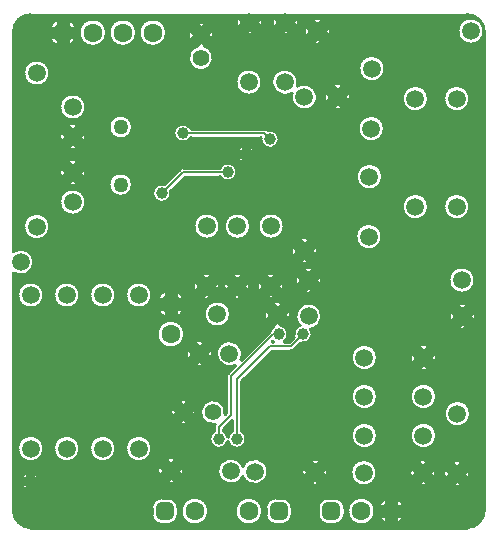
<source format=gbr>
G04 Generated by Ultiboard 13.0 *
%FSLAX24Y24*%
%MOIN*%

%ADD10C,0.0001*%
%ADD11C,0.0100*%
%ADD12C,0.0080*%
%ADD13C,0.0591*%
%ADD14C,0.0500*%
%ADD15C,0.0394*%
%ADD16R,0.0208X0.0208*%
%ADD17C,0.0392*%
%ADD18C,0.0633*%
%ADD19C,0.0300*%
%ADD20C,0.0551*%


G04 ColorRGB 0000FF for the following layer *
%LNCopper Bottom*%
%LPD*%
G54D10*
G36*
X15849Y521D02*
X15849Y521D01*
X15849Y16479D01*
G74*
D01*
G02X15849Y16482I151J2*
G01*
G74*
D01*
G03X15282Y17049I570J3*
G01*
G74*
D01*
G02X15279Y17049I1J151*
G01*
X15279Y17049D01*
X9251Y17049D01*
X9220Y17018D01*
X9189Y17049D01*
X8051Y17049D01*
X8020Y17018D01*
X7989Y17049D01*
X721Y17049D01*
G75*
D01*
G02X718Y17049I-1J151*
G01*
G74*
D01*
G03X151Y16482I3J570*
G01*
G74*
D01*
G02X151Y16479I151J1*
G01*
X151Y16479D01*
X151Y9157D01*
G75*
D01*
G02X151Y8443I249J-357*
G01*
X151Y8443D01*
X151Y521D01*
G75*
D01*
G02X151Y518I-151J-1*
G01*
G74*
D01*
G03X718Y-49I570J3*
G01*
G75*
D01*
G02X721Y-49I2J-151*
G01*
X721Y-49D01*
X15279Y-49D01*
G74*
D01*
G02X15282Y-49I2J151*
G01*
G74*
D01*
G03X15849Y518I3J570*
G01*
G75*
D01*
G02X15849Y521I151J2*
G01*
D02*
G37*
%LPC*%
G36*
X9041Y16403D02*
X9041Y16403D01*
X9220Y16582D01*
X9298Y16503D01*
X9298Y16503D01*
X9398Y16403D01*
G75*
D01*
G02X9041Y16403I-178J397*
G01*
D02*
G37*
G36*
X9298Y16959D02*
G75*
D01*
G02X9298Y16959I-78J-159*
G01*
D02*
G37*
G36*
X9436Y14434D02*
G75*
D01*
G02X9614Y14666I-236J365*
G01*
G75*
D01*
G02X9436Y14434I236J-365*
G01*
D02*
G37*
G36*
X10527Y9098D02*
G75*
D01*
G02X10527Y9098I423J102*
G01*
D02*
G37*
G36*
X10247Y9003D02*
X10247Y9003D01*
X10068Y9182D01*
X10247Y9361D01*
G75*
D01*
G02X10247Y9003I-396J-179*
G01*
D02*
G37*
G36*
X9694Y9098D02*
G75*
D01*
G02X9694Y9098I156J84*
G01*
D02*
G37*
G36*
X9453Y9361D02*
X9453Y9361D01*
X9632Y9182D01*
X9453Y9003D01*
G75*
D01*
G02X9453Y9361I396J179*
G01*
D02*
G37*
G36*
X9088Y6694D02*
G75*
D01*
G02X9179Y6151I-86J-294*
G01*
X9179Y6151D01*
X9338Y6151D01*
X9504Y6318D01*
G75*
D01*
G02X9696Y6689I296J82*
G01*
G75*
D01*
G02X10057Y6568I304J309*
G01*
G75*
D01*
G02X9718Y6104I-257J-168*
G01*
X9718Y6104D01*
X9507Y5894D01*
G74*
D01*
G02X9439Y5854I107J105*
G01*
G75*
D01*
G02X9400Y5849I-39J146*
G01*
X9400Y5849D01*
X8762Y5849D01*
X7751Y4838D01*
X7751Y3167D01*
G75*
D01*
G02X7300Y2836I-152J-266*
G01*
G75*
D01*
G02X6849Y3167I-299J65*
G01*
X6849Y3167D01*
X6849Y3300D01*
G75*
D01*
G02X6881Y3392I151J-1*
G01*
G75*
D01*
G02X7208Y3721I-81J407*
G01*
X7208Y3721D01*
X7249Y3762D01*
X7249Y5000D01*
G75*
D01*
G02X7293Y5107I151J0*
G01*
X7293Y5107D01*
X7550Y5364D01*
G75*
D01*
G02X7736Y5550I-199J385*
G01*
X7736Y5550D01*
X8693Y6507D01*
G74*
D01*
G02X8721Y6529I107J107*
G01*
G74*
D01*
G02X8807Y6639I279J129*
G01*
G74*
D01*
G02X8771Y6653I140J412*
G01*
X8771Y6653D01*
X8950Y6832D01*
X9088Y6694D01*
D02*
G37*
G36*
X9347Y6871D02*
X9347Y6871D01*
X9168Y7050D01*
X9347Y7229D01*
G75*
D01*
G02X9347Y6871I-396J-179*
G01*
D02*
G37*
G36*
X9104Y942D02*
G74*
D01*
G02X9442Y604I0J338*
G01*
X9442Y604D01*
X9442Y396D01*
G74*
D01*
G02X9104Y58I338J0*
G01*
X9104Y58D01*
X8896Y58D01*
G75*
D01*
G02X8558Y396I0J338*
G01*
X8558Y396D01*
X8558Y604D01*
G75*
D01*
G02X8896Y942I338J0*
G01*
X8896Y942D01*
X9104Y942D01*
D02*
G37*
G36*
X5201Y9098D02*
G75*
D01*
G02X5201Y9098I317J-298*
G01*
D02*
G37*
G36*
X10103Y16897D02*
G75*
D01*
G02X10461Y16897I179J-396*
G01*
X10461Y16897D01*
X10282Y16718D01*
X10103Y16897D01*
D02*
G37*
G36*
X14965Y16500D02*
G75*
D01*
G02X14965Y16500I435J0*
G01*
D02*
G37*
G36*
X9671Y9579D02*
G75*
D01*
G02X10029Y9579I179J-396*
G01*
X10029Y9579D01*
X9850Y9400D01*
X9671Y9579D01*
D02*
G37*
G36*
X11565Y9650D02*
G75*
D01*
G02X11565Y9650I435J0*
G01*
D02*
G37*
G36*
X13115Y10650D02*
G75*
D01*
G02X13115Y10650I435J0*
G01*
D02*
G37*
G36*
X14493Y10650D02*
G75*
D01*
G02X14493Y10650I435J0*
G01*
D02*
G37*
G36*
X11584Y11650D02*
G75*
D01*
G02X11584Y11650I436J0*
G01*
D02*
G37*
G36*
X11645Y13250D02*
G75*
D01*
G02X11645Y13250I435J0*
G01*
D02*
G37*
G36*
X10553Y14497D02*
X10553Y14497D01*
X10732Y14318D01*
X10553Y14139D01*
G75*
D01*
G02X10553Y14497I396J179*
G01*
D02*
G37*
G36*
X11129Y13921D02*
G75*
D01*
G02X10771Y13921I-179J396*
G01*
X10771Y13921D01*
X10950Y14100D01*
X11129Y13921D01*
D02*
G37*
G36*
X10773Y14318D02*
G75*
D01*
G02X10773Y14318I177J0*
G01*
D02*
G37*
G36*
X11347Y14497D02*
G75*
D01*
G02X11347Y14139I-396J-179*
G01*
X11347Y14139D01*
X11168Y14318D01*
X11347Y14497D01*
D02*
G37*
G36*
X13115Y14250D02*
G75*
D01*
G02X13115Y14250I435J0*
G01*
D02*
G37*
G36*
X14493Y14250D02*
G75*
D01*
G02X14493Y14250I435J0*
G01*
D02*
G37*
G36*
X10771Y14715D02*
G75*
D01*
G02X11129Y14715I179J-396*
G01*
X11129Y14715D01*
X10950Y14536D01*
X10771Y14715D01*
D02*
G37*
G36*
X11665Y15250D02*
G75*
D01*
G02X11665Y15250I435J0*
G01*
D02*
G37*
G36*
X9885Y16679D02*
X9885Y16679D01*
X10064Y16500D01*
X9885Y16321D01*
G75*
D01*
G02X9885Y16679I396J179*
G01*
D02*
G37*
G36*
X10461Y16103D02*
G75*
D01*
G02X10103Y16103I-179J396*
G01*
X10103Y16103D01*
X10282Y16282D01*
X10461Y16103D01*
D02*
G37*
G36*
X10105Y16500D02*
G75*
D01*
G02X10105Y16500I177J0*
G01*
D02*
G37*
G36*
X10679Y16679D02*
G75*
D01*
G02X10679Y16321I-396J-179*
G01*
X10679Y16321D01*
X10500Y16500D01*
X10679Y16679D01*
D02*
G37*
G36*
X9617Y16979D02*
G75*
D01*
G02X9617Y16621I-396J-179*
G01*
X9617Y16621D01*
X9438Y16800D01*
X9617Y16979D01*
D02*
G37*
G36*
X10029Y8785D02*
G75*
D01*
G02X9671Y8785I-179J396*
G01*
X9671Y8785D01*
X9850Y8964D01*
X10029Y8785D01*
D02*
G37*
G36*
X9585Y8379D02*
X9585Y8379D01*
X9764Y8200D01*
X9585Y8021D01*
G75*
D01*
G02X9585Y8379I396J179*
G01*
D02*
G37*
G36*
X9803Y8597D02*
G75*
D01*
G02X10161Y8597I179J-396*
G01*
X10161Y8597D01*
X9982Y8418D01*
X9803Y8597D01*
D02*
G37*
G36*
X9805Y8200D02*
G75*
D01*
G02X9805Y8200I177J0*
G01*
D02*
G37*
G36*
X10379Y8379D02*
G75*
D01*
G02X10379Y8021I-396J-179*
G01*
X10379Y8021D01*
X10200Y8200D01*
X10379Y8379D01*
D02*
G37*
G36*
X14939Y7397D02*
G75*
D01*
G02X15297Y7397I179J-396*
G01*
X15297Y7397D01*
X15118Y7218D01*
X14939Y7397D01*
D02*
G37*
G36*
X14665Y8200D02*
G75*
D01*
G02X14665Y8200I435J0*
G01*
D02*
G37*
G36*
X10161Y7803D02*
G75*
D01*
G02X9803Y7803I-179J396*
G01*
X9803Y7803D01*
X9982Y7982D01*
X10161Y7803D01*
D02*
G37*
G36*
X15515Y7179D02*
G75*
D01*
G02X15515Y6821I-396J-179*
G01*
X15515Y6821D01*
X15336Y7000D01*
X15515Y7179D01*
D02*
G37*
G36*
X14721Y7179D02*
X14721Y7179D01*
X14900Y7000D01*
X14721Y6821D01*
G75*
D01*
G02X14721Y7179I396J179*
G01*
D02*
G37*
G36*
X15297Y6603D02*
G75*
D01*
G02X14939Y6603I-179J396*
G01*
X14939Y6603D01*
X15118Y6782D01*
X15297Y6603D01*
D02*
G37*
G36*
X14941Y7000D02*
G75*
D01*
G02X14941Y7000I177J0*
G01*
D02*
G37*
G36*
X13640Y6017D02*
G75*
D01*
G02X13997Y6017I179J-397*
G01*
X13997Y6017D01*
X13819Y5838D01*
X13640Y6017D01*
D02*
G37*
G36*
X13997Y5223D02*
G75*
D01*
G02X13640Y5223I-178J397*
G01*
X13640Y5223D01*
X13819Y5401D01*
X13997Y5223D01*
D02*
G37*
G36*
X14215Y5798D02*
G75*
D01*
G02X14215Y5441I-396J-178*
G01*
X14215Y5441D01*
X14037Y5620D01*
X14215Y5798D01*
D02*
G37*
G36*
X13641Y5620D02*
G75*
D01*
G02X13641Y5620I178J0*
G01*
D02*
G37*
G36*
X13422Y5798D02*
X13422Y5798D01*
X13600Y5620D01*
X13422Y5441D01*
G75*
D01*
G02X13422Y5798I397J179*
G01*
D02*
G37*
G36*
X11415Y5620D02*
G75*
D01*
G02X11415Y5620I435J0*
G01*
D02*
G37*
G36*
X14515Y3750D02*
G75*
D01*
G02X14515Y3750I435J0*
G01*
D02*
G37*
G36*
X13383Y4320D02*
G75*
D01*
G02X13383Y4320I436J0*
G01*
D02*
G37*
G36*
X11415Y4320D02*
G75*
D01*
G02X11415Y4320I435J0*
G01*
D02*
G37*
G36*
X13383Y3020D02*
G75*
D01*
G02X13383Y3020I436J0*
G01*
D02*
G37*
G36*
X11415Y3020D02*
G75*
D01*
G02X11415Y3020I435J0*
G01*
D02*
G37*
G36*
X14752Y2147D02*
G75*
D01*
G02X15109Y2147I179J-397*
G01*
X15109Y2147D01*
X14930Y1968D01*
X14752Y2147D01*
D02*
G37*
G36*
X13621Y2177D02*
G75*
D01*
G02X13979Y2177I179J-396*
G01*
X13979Y2177D01*
X13800Y1999D01*
X13621Y2177D01*
D02*
G37*
G36*
X13623Y1780D02*
G75*
D01*
G02X13623Y1780I177J0*
G01*
D02*
G37*
G36*
X14197Y1959D02*
G75*
D01*
G02X14197Y1602I-397J-178*
G01*
X14197Y1602D01*
X14018Y1780D01*
X14197Y1959D01*
D02*
G37*
G36*
X13403Y1959D02*
X13403Y1959D01*
X13582Y1780D01*
X13403Y1602D01*
G75*
D01*
G02X13403Y1959I397J179*
G01*
D02*
G37*
G36*
X10597Y1979D02*
G75*
D01*
G02X10597Y1621I-396J-179*
G01*
X10597Y1621D01*
X10418Y1800D01*
X10597Y1979D01*
D02*
G37*
G36*
X9803Y1979D02*
X9803Y1979D01*
X9982Y1800D01*
X9803Y1621D01*
G75*
D01*
G02X9803Y1979I396J179*
G01*
D02*
G37*
G36*
X10021Y2197D02*
G75*
D01*
G02X10379Y2197I179J-396*
G01*
X10379Y2197D01*
X10200Y2018D01*
X10021Y2197D01*
D02*
G37*
G36*
X10023Y1800D02*
G75*
D01*
G02X10023Y1800I177J0*
G01*
D02*
G37*
G36*
X15327Y1929D02*
G75*
D01*
G02X15327Y1571I-396J-179*
G01*
X15327Y1571D01*
X15149Y1750D01*
X15327Y1929D01*
D02*
G37*
G36*
X14533Y1929D02*
X14533Y1929D01*
X14712Y1750D01*
X14533Y1571D01*
G75*
D01*
G02X14533Y1929I396J179*
G01*
D02*
G37*
G36*
X15109Y1353D02*
G75*
D01*
G02X14752Y1353I-178J397*
G01*
X14752Y1353D01*
X14930Y1532D01*
X15109Y1353D01*
D02*
G37*
G36*
X14753Y1750D02*
G75*
D01*
G02X14753Y1750I177J0*
G01*
D02*
G37*
G36*
X13979Y1383D02*
G75*
D01*
G02X13621Y1383I-179J396*
G01*
X13621Y1383D01*
X13800Y1562D01*
X13979Y1383D01*
D02*
G37*
G36*
X11396Y1780D02*
G75*
D01*
G02X11396Y1780I435J0*
G01*
D02*
G37*
G36*
X10379Y1403D02*
G75*
D01*
G02X10021Y1403I-179J396*
G01*
X10021Y1403D01*
X10200Y1582D01*
X10379Y1403D01*
D02*
G37*
G36*
X13177Y338D02*
G74*
D01*
G02X12912Y73I426J161*
G01*
X12912Y73D01*
X12912Y338D01*
X13177Y338D01*
D02*
G37*
G36*
X12912Y927D02*
G74*
D01*
G02X13177Y662I161J426*
G01*
X13177Y662D01*
X12912Y662D01*
X12912Y927D01*
D02*
G37*
G36*
X12588Y73D02*
G74*
D01*
G02X12323Y338I161J426*
G01*
X12323Y338D01*
X12588Y338D01*
X12588Y73D01*
D02*
G37*
G36*
X12323Y662D02*
G74*
D01*
G02X12588Y927I426J161*
G01*
X12588Y927D01*
X12588Y662D01*
X12323Y662D01*
D02*
G37*
G36*
X12575Y500D02*
G75*
D01*
G02X12575Y500I175J0*
G01*
D02*
G37*
G36*
X11293Y500D02*
G75*
D01*
G02X11293Y500I457J0*
G01*
D02*
G37*
G36*
X10308Y604D02*
G75*
D01*
G02X10646Y942I338J0*
G01*
X10646Y942D01*
X10854Y942D01*
G74*
D01*
G02X11192Y604I0J338*
G01*
X11192Y604D01*
X11192Y396D01*
G75*
D01*
G02X10854Y58I-338J0*
G01*
X10854Y58D01*
X10646Y58D01*
G75*
D01*
G02X10308Y396I0J338*
G01*
X10308Y396D01*
X10308Y604D01*
D02*
G37*
G36*
X8823Y16979D02*
X8823Y16979D01*
X9001Y16800D01*
X8823Y16621D01*
G75*
D01*
G02X8823Y16979I396J179*
G01*
D02*
G37*
G36*
X8417Y16979D02*
G75*
D01*
G02X8417Y16621I-396J-179*
G01*
X8417Y16621D01*
X8238Y16800D01*
X8417Y16979D01*
D02*
G37*
G36*
X7623Y16979D02*
X7623Y16979D01*
X7801Y16800D01*
X7623Y16621D01*
G75*
D01*
G02X7623Y16979I396J179*
G01*
D02*
G37*
G36*
X492Y9985D02*
G75*
D01*
G02X492Y9985I436J0*
G01*
D02*
G37*
G36*
X6165Y10000D02*
G75*
D01*
G02X6165Y10000I435J0*
G01*
D02*
G37*
G36*
X7184Y10000D02*
G75*
D01*
G02X7184Y10000I436J0*
G01*
D02*
G37*
G36*
X8306Y10000D02*
G75*
D01*
G02X8306Y10000I435J0*
G01*
D02*
G37*
G36*
X1692Y10801D02*
G75*
D01*
G02X1692Y10801I436J0*
G01*
D02*
G37*
G36*
X3338Y11385D02*
G75*
D01*
G02X3338Y11385I390J0*
G01*
D02*
G37*
G36*
X7033Y11649D02*
X7033Y11649D01*
X5862Y11649D01*
X5396Y11182D01*
G75*
D01*
G02X5182Y11396I-296J-82*
G01*
X5182Y11396D01*
X5693Y11907D01*
G74*
D01*
G02X5747Y11941I106J108*
G01*
G75*
D01*
G02X5800Y11951I54J-140*
G01*
X5800Y11951D01*
X7033Y11951D01*
G75*
D01*
G02X7033Y11649I266J-151*
G01*
D02*
G37*
G36*
X1950Y11785D02*
G75*
D01*
G02X1950Y11785I178J0*
G01*
D02*
G37*
G36*
X2524Y11964D02*
G75*
D01*
G02X2524Y11607I-396J-178*
G01*
X2524Y11607D01*
X2346Y11785D01*
X2524Y11964D01*
D02*
G37*
G36*
X1731Y11964D02*
X1731Y11964D01*
X1909Y11785D01*
X1731Y11607D01*
G75*
D01*
G02X1731Y11964I397J179*
G01*
D02*
G37*
G36*
X2306Y11388D02*
G75*
D01*
G02X1949Y11388I-178J397*
G01*
X1949Y11388D01*
X2128Y11567D01*
X2306Y11388D01*
D02*
G37*
G36*
X2306Y12588D02*
G75*
D01*
G02X1949Y12588I-178J397*
G01*
X1949Y12588D01*
X2128Y12767D01*
X2306Y12588D01*
D02*
G37*
G36*
X1949Y12182D02*
G75*
D01*
G02X2306Y12182I179J-397*
G01*
X2306Y12182D01*
X2128Y12004D01*
X1949Y12182D01*
D02*
G37*
G36*
X7782Y12400D02*
G75*
D01*
G02X7782Y12400I118J0*
G01*
D02*
G37*
G36*
X7613Y12509D02*
G74*
D01*
G02X7791Y12687I287J109*
G01*
X7791Y12687D01*
X7791Y12509D01*
X7613Y12509D01*
D02*
G37*
G36*
X7791Y12113D02*
G74*
D01*
G02X7613Y12291I109J287*
G01*
X7613Y12291D01*
X7791Y12291D01*
X7791Y12113D01*
D02*
G37*
G36*
X8009Y12687D02*
G74*
D01*
G02X8187Y12509I109J287*
G01*
X8187Y12509D01*
X8009Y12509D01*
X8009Y12687D01*
D02*
G37*
G36*
X8187Y12291D02*
G74*
D01*
G02X8009Y12113I287J109*
G01*
X8009Y12113D01*
X8009Y12291D01*
X8187Y12291D01*
D02*
G37*
G36*
X6067Y13251D02*
X6067Y13251D01*
X8500Y13251D01*
G74*
D01*
G02X8607Y13206I1J151*
G01*
X8607Y13206D01*
X8618Y13196D01*
G75*
D01*
G02X8397Y12949I82J-296*
G01*
X8397Y12949D01*
X6067Y12949D01*
G75*
D01*
G02X6067Y13251I-266J151*
G01*
D02*
G37*
G36*
X2524Y13164D02*
G75*
D01*
G02X2524Y12807I-396J-178*
G01*
X2524Y12807D01*
X2346Y12985D01*
X2524Y13164D01*
D02*
G37*
G36*
X1949Y13382D02*
G75*
D01*
G02X2306Y13382I179J-397*
G01*
X2306Y13382D01*
X2128Y13204D01*
X1949Y13382D01*
D02*
G37*
G36*
X1950Y12985D02*
G75*
D01*
G02X1950Y12985I178J0*
G01*
D02*
G37*
G36*
X1731Y13164D02*
X1731Y13164D01*
X1909Y12985D01*
X1731Y12807D01*
G75*
D01*
G02X1731Y13164I397J179*
G01*
D02*
G37*
G36*
X3338Y13302D02*
G75*
D01*
G02X3338Y13302I390J0*
G01*
D02*
G37*
G36*
X1692Y13970D02*
G75*
D01*
G02X1692Y13970I436J0*
G01*
D02*
G37*
G36*
X492Y15103D02*
G75*
D01*
G02X492Y15103I436J0*
G01*
D02*
G37*
G36*
X7565Y14800D02*
G75*
D01*
G02X7565Y14800I435J0*
G01*
D02*
G37*
G36*
X6267Y15994D02*
G74*
D01*
G02X6229Y16008I124J395*
G01*
X6229Y16008D01*
X6400Y16179D01*
X6571Y16008D01*
G74*
D01*
G02X6533Y15994I162J382*
G01*
G75*
D01*
G02X6267Y15994I-133J-393*
G01*
D02*
G37*
G36*
X1362Y16293D02*
X1362Y16293D01*
X1643Y16293D01*
X1643Y16012D01*
G74*
D01*
G02X1362Y16293I53J334*
G01*
D02*
G37*
G36*
X1604Y16450D02*
G75*
D01*
G02X1604Y16450I196J0*
G01*
D02*
G37*
G36*
X1957Y16012D02*
X1957Y16012D01*
X1957Y16293D01*
X2238Y16293D01*
G74*
D01*
G02X1957Y16012I334J53*
G01*
D02*
G37*
G36*
X1643Y16888D02*
X1643Y16888D01*
X1643Y16607D01*
X1362Y16607D01*
G74*
D01*
G02X1643Y16888I334J53*
G01*
D02*
G37*
G36*
X2238Y16607D02*
X2238Y16607D01*
X1957Y16607D01*
X1957Y16888D01*
G74*
D01*
G02X2238Y16607I53J334*
G01*
D02*
G37*
G36*
X2343Y16450D02*
G75*
D01*
G02X2343Y16450I457J0*
G01*
D02*
G37*
G36*
X3343Y16450D02*
G75*
D01*
G02X3343Y16450I457J0*
G01*
D02*
G37*
G36*
X4343Y16450D02*
G75*
D01*
G02X4343Y16450I457J0*
G01*
D02*
G37*
G36*
X6243Y16387D02*
G75*
D01*
G02X6243Y16387I157J0*
G01*
D02*
G37*
G36*
X6021Y16558D02*
X6021Y16558D01*
X6192Y16387D01*
X6021Y16217D01*
G75*
D01*
G02X6021Y16558I378J171*
G01*
D02*
G37*
G36*
X6779Y16558D02*
G75*
D01*
G02X6779Y16217I-378J-170*
G01*
X6779Y16217D01*
X6608Y16387D01*
X6779Y16558D01*
D02*
G37*
G36*
X8198Y16403D02*
G75*
D01*
G02X7841Y16403I-178J397*
G01*
X7841Y16403D01*
X8020Y16582D01*
X8198Y16403D01*
D02*
G37*
G36*
X6229Y16766D02*
G75*
D01*
G02X6571Y16766I171J-378*
G01*
X6571Y16766D01*
X6400Y16596D01*
X6229Y16766D01*
D02*
G37*
G36*
X7843Y16800D02*
G75*
D01*
G02X7843Y16800I177J0*
G01*
D02*
G37*
G36*
X8543Y8397D02*
G75*
D01*
G02X8900Y8397I179J-397*
G01*
X8900Y8397D01*
X8721Y8218D01*
X8543Y8397D01*
D02*
G37*
G36*
X6402Y8397D02*
G75*
D01*
G02X6759Y8397I179J-397*
G01*
X6759Y8397D01*
X6580Y8218D01*
X6402Y8397D01*
D02*
G37*
G36*
X8771Y7447D02*
G75*
D01*
G02X9129Y7447I179J-396*
G01*
X9129Y7447D01*
X8950Y7268D01*
X8771Y7447D01*
D02*
G37*
G36*
X9118Y8179D02*
G75*
D01*
G02X9118Y7821I-396J-179*
G01*
X9118Y7821D01*
X8940Y8000D01*
X9118Y8179D01*
D02*
G37*
G36*
X8324Y8179D02*
X8324Y8179D01*
X8503Y8000D01*
X8324Y7821D01*
G75*
D01*
G02X8324Y8179I396J179*
G01*
D02*
G37*
G36*
X8900Y7603D02*
G75*
D01*
G02X8543Y7603I-178J397*
G01*
X8543Y7603D01*
X8721Y7782D01*
X8900Y7603D01*
D02*
G37*
G36*
X8544Y8000D02*
G75*
D01*
G02X8544Y8000I177J0*
G01*
D02*
G37*
G36*
X7779Y7603D02*
G75*
D01*
G02X7421Y7603I-179J396*
G01*
X7421Y7603D01*
X7600Y7782D01*
X7779Y7603D01*
D02*
G37*
G36*
X7203Y8179D02*
X7203Y8179D01*
X7382Y8000D01*
X7203Y7821D01*
G75*
D01*
G02X7203Y8179I396J179*
G01*
D02*
G37*
G36*
X7997Y8179D02*
G75*
D01*
G02X7997Y7821I-396J-179*
G01*
X7997Y7821D01*
X7818Y8000D01*
X7997Y8179D01*
D02*
G37*
G36*
X7423Y8000D02*
G75*
D01*
G02X7423Y8000I177J0*
G01*
D02*
G37*
G36*
X6759Y7603D02*
G75*
D01*
G02X6402Y7603I-178J397*
G01*
X6402Y7603D01*
X6580Y7782D01*
X6759Y7603D01*
D02*
G37*
G36*
X6977Y8179D02*
G75*
D01*
G02X6977Y7821I-396J-179*
G01*
X6977Y7821D01*
X6799Y8000D01*
X6977Y8179D01*
D02*
G37*
G36*
X6403Y8000D02*
G75*
D01*
G02X6403Y8000I177J0*
G01*
D02*
G37*
G36*
X6183Y8179D02*
X6183Y8179D01*
X6362Y8000D01*
X6183Y7821D01*
G75*
D01*
G02X6183Y8179I396J179*
G01*
D02*
G37*
G36*
X3892Y7703D02*
G75*
D01*
G02X3892Y7703I436J0*
G01*
D02*
G37*
G36*
X2692Y7703D02*
G75*
D01*
G02X2692Y7703I436J0*
G01*
D02*
G37*
G36*
X1492Y7703D02*
G75*
D01*
G02X1492Y7703I436J0*
G01*
D02*
G37*
G36*
X292Y7703D02*
G75*
D01*
G02X292Y7703I436J0*
G01*
D02*
G37*
G36*
X8773Y7050D02*
G75*
D01*
G02X8773Y7050I177J0*
G01*
D02*
G37*
G36*
X8553Y7229D02*
X8553Y7229D01*
X8732Y7050D01*
X8553Y6871D01*
G75*
D01*
G02X8553Y7229I396J179*
G01*
D02*
G37*
G36*
X6515Y7070D02*
G75*
D01*
G02X6515Y7070I435J0*
G01*
D02*
G37*
G36*
X5838Y7557D02*
X5838Y7557D01*
X5557Y7557D01*
X5557Y7838D01*
G74*
D01*
G02X5838Y7557I53J334*
G01*
D02*
G37*
G36*
X5557Y6962D02*
X5557Y6962D01*
X5557Y7243D01*
X5838Y7243D01*
G74*
D01*
G02X5557Y6962I334J53*
G01*
D02*
G37*
G36*
X5243Y7838D02*
X5243Y7838D01*
X5243Y7557D01*
X4962Y7557D01*
G74*
D01*
G02X5243Y7838I334J53*
G01*
D02*
G37*
G36*
X5204Y7400D02*
G75*
D01*
G02X5204Y7400I196J0*
G01*
D02*
G37*
G36*
X4962Y7243D02*
X4962Y7243D01*
X5243Y7243D01*
X5243Y6962D01*
G74*
D01*
G02X4962Y7243I53J334*
G01*
D02*
G37*
G36*
X6747Y5929D02*
G75*
D01*
G02X6747Y5571I-396J-179*
G01*
X6747Y5571D01*
X6568Y5750D01*
X6747Y5929D01*
D02*
G37*
G36*
X5953Y5929D02*
X5953Y5929D01*
X6132Y5750D01*
X5953Y5571D01*
G75*
D01*
G02X5953Y5929I396J179*
G01*
D02*
G37*
G36*
X6171Y6147D02*
G75*
D01*
G02X6529Y6147I179J-396*
G01*
X6529Y6147D01*
X6350Y5968D01*
X6171Y6147D01*
D02*
G37*
G36*
X6173Y5750D02*
G75*
D01*
G02X6173Y5750I177J0*
G01*
D02*
G37*
G36*
X4943Y6400D02*
G75*
D01*
G02X4943Y6400I457J0*
G01*
D02*
G37*
G36*
X6529Y5353D02*
G75*
D01*
G02X6171Y5353I-179J396*
G01*
X6171Y5353D01*
X6350Y5532D01*
X6529Y5353D01*
D02*
G37*
G36*
X5645Y4179D02*
G75*
D01*
G02X5986Y4179I171J-378*
G01*
X5986Y4179D01*
X5816Y4008D01*
X5645Y4179D01*
D02*
G37*
G36*
X5986Y3421D02*
G75*
D01*
G02X5645Y3421I-170J378*
G01*
X5645Y3421D01*
X5816Y3592D01*
X5986Y3421D01*
D02*
G37*
G36*
X6195Y3971D02*
G75*
D01*
G02X6195Y3629I-378J-171*
G01*
X6195Y3629D01*
X6024Y3800D01*
X6195Y3971D01*
D02*
G37*
G36*
X5658Y3800D02*
G75*
D01*
G02X5658Y3800I158J0*
G01*
D02*
G37*
G36*
X5437Y3971D02*
X5437Y3971D01*
X5607Y3800D01*
X5437Y3629D01*
G75*
D01*
G02X5437Y3971I378J171*
G01*
D02*
G37*
G36*
X5797Y2029D02*
G75*
D01*
G02X5797Y1671I-396J-179*
G01*
X5797Y1671D01*
X5618Y1850D01*
X5797Y2029D01*
D02*
G37*
G36*
X5003Y2029D02*
X5003Y2029D01*
X5182Y1850D01*
X5003Y1671D01*
G75*
D01*
G02X5003Y2029I396J179*
G01*
D02*
G37*
G36*
X5221Y2247D02*
G75*
D01*
G02X5579Y2247I179J-396*
G01*
X5579Y2247D01*
X5400Y2068D01*
X5221Y2247D01*
D02*
G37*
G36*
X5223Y1850D02*
G75*
D01*
G02X5223Y1850I177J0*
G01*
D02*
G37*
G36*
X3892Y2585D02*
G75*
D01*
G02X3892Y2585I436J0*
G01*
D02*
G37*
G36*
X2692Y2585D02*
G75*
D01*
G02X2692Y2585I436J0*
G01*
D02*
G37*
G36*
X1492Y2585D02*
G75*
D01*
G02X1492Y2585I436J0*
G01*
D02*
G37*
G36*
X292Y2585D02*
G75*
D01*
G02X292Y2585I436J0*
G01*
D02*
G37*
G36*
X7802Y1997D02*
G75*
D01*
G02X7798Y1653I398J-177*
G01*
G75*
D01*
G02X7802Y1997I-398J177*
G01*
D02*
G37*
G36*
X5579Y1453D02*
G75*
D01*
G02X5221Y1453I-179J396*
G01*
X5221Y1453D01*
X5400Y1632D01*
X5579Y1453D01*
D02*
G37*
G36*
X809Y1787D02*
G74*
D01*
G02X987Y1609I109J287*
G01*
X987Y1609D01*
X809Y1609D01*
X809Y1787D01*
D02*
G37*
G36*
X413Y1609D02*
G74*
D01*
G02X591Y1787I287J109*
G01*
X591Y1787D01*
X591Y1609D01*
X413Y1609D01*
D02*
G37*
G36*
X987Y1391D02*
G74*
D01*
G02X809Y1213I287J109*
G01*
X809Y1213D01*
X809Y1391D01*
X987Y1391D01*
D02*
G37*
G36*
X591Y1213D02*
G74*
D01*
G02X413Y1391I109J287*
G01*
X413Y1391D01*
X591Y1391D01*
X591Y1213D01*
D02*
G37*
G36*
X582Y1500D02*
G75*
D01*
G02X582Y1500I118J0*
G01*
D02*
G37*
G36*
X7543Y500D02*
G75*
D01*
G02X7543Y500I457J0*
G01*
D02*
G37*
G36*
X5743Y500D02*
G75*
D01*
G02X5743Y500I457J0*
G01*
D02*
G37*
G36*
X4758Y604D02*
G75*
D01*
G02X5096Y942I338J0*
G01*
X5096Y942D01*
X5304Y942D01*
G74*
D01*
G02X5642Y604I0J338*
G01*
X5642Y604D01*
X5642Y396D01*
G75*
D01*
G02X5304Y58I-338J0*
G01*
X5304Y58D01*
X5096Y58D01*
G75*
D01*
G02X4758Y396I0J338*
G01*
X4758Y396D01*
X4758Y604D01*
D02*
G37*
G36*
X7421Y8397D02*
G75*
D01*
G02X7779Y8397I179J-396*
G01*
X7779Y8397D01*
X7600Y8218D01*
X7421Y8397D01*
D02*
G37*
%LPD*%
G36*
X7300Y2964D02*
G74*
D01*
G02X7449Y3167I299J64*
G01*
X7449Y3167D01*
X7449Y3536D01*
X7151Y3238D01*
X7151Y3167D01*
G74*
D01*
G02X7300Y2964I150J267*
G01*
D02*
G37*
G36*
X8821Y6151D02*
G74*
D01*
G02X8790Y6177I181J247*
G01*
X8790Y6177D01*
X8764Y6151D01*
X8821Y6151D01*
D02*
G37*
G54D11*
X9041Y16403D02*
X9220Y16582D01*
X9298Y16503D01*
X9298Y16503D01*
X9398Y16403D01*
G75*
D01*
G02X9041Y16403I-178J397*
G01*
X9298Y16959D02*
G75*
D01*
G02X9298Y16959I-78J-159*
G01*
X9436Y14434D02*
G75*
D01*
G02X9614Y14666I-236J365*
G01*
G75*
D01*
G02X9436Y14434I236J-365*
G01*
X10527Y9098D02*
G75*
D01*
G02X10527Y9098I423J102*
G01*
X10247Y9003D02*
X10068Y9182D01*
X10247Y9361D01*
G75*
D01*
G02X10247Y9003I-396J-179*
G01*
X9694Y9098D02*
G75*
D01*
G02X9694Y9098I156J84*
G01*
X9453Y9361D02*
X9632Y9182D01*
X9453Y9003D01*
G75*
D01*
G02X9453Y9361I396J179*
G01*
X9088Y6694D02*
G75*
D01*
G02X9179Y6151I-86J-294*
G01*
X9338Y6151D01*
X9504Y6318D01*
G75*
D01*
G02X9696Y6689I296J82*
G01*
G75*
D01*
G02X10057Y6568I304J309*
G01*
G75*
D01*
G02X9718Y6104I-257J-168*
G01*
X9507Y5894D01*
G74*
D01*
G02X9439Y5854I107J105*
G01*
G75*
D01*
G02X9400Y5849I-39J146*
G01*
X8762Y5849D01*
X7751Y4838D01*
X7751Y3167D01*
G75*
D01*
G02X7300Y2836I-152J-266*
G01*
G75*
D01*
G02X6849Y3167I-299J65*
G01*
X6849Y3300D01*
G75*
D01*
G02X6881Y3392I151J-1*
G01*
G75*
D01*
G02X7208Y3721I-81J407*
G01*
X7249Y3762D01*
X7249Y5000D01*
G75*
D01*
G02X7293Y5107I151J0*
G01*
X7550Y5364D01*
G75*
D01*
G02X7736Y5550I-199J385*
G01*
X8693Y6507D01*
G74*
D01*
G02X8721Y6529I107J107*
G01*
G74*
D01*
G02X8807Y6639I279J129*
G01*
G74*
D01*
G02X8771Y6653I140J412*
G01*
X8950Y6832D01*
X9088Y6694D01*
X9347Y6871D02*
X9168Y7050D01*
X9347Y7229D01*
G75*
D01*
G02X9347Y6871I-396J-179*
G01*
X9104Y942D02*
G74*
D01*
G02X9442Y604I0J338*
G01*
X9442Y396D01*
G74*
D01*
G02X9104Y58I338J0*
G01*
X8896Y58D01*
G75*
D01*
G02X8558Y396I0J338*
G01*
X8558Y604D01*
G75*
D01*
G02X8896Y942I338J0*
G01*
X9104Y942D01*
X5201Y9098D02*
G75*
D01*
G02X5201Y9098I317J-298*
G01*
X10103Y16897D02*
G75*
D01*
G02X10461Y16897I179J-396*
G01*
X10282Y16718D01*
X10103Y16897D01*
X14965Y16500D02*
G75*
D01*
G02X14965Y16500I435J0*
G01*
X9671Y9579D02*
G75*
D01*
G02X10029Y9579I179J-396*
G01*
X9850Y9400D01*
X9671Y9579D01*
X11565Y9650D02*
G75*
D01*
G02X11565Y9650I435J0*
G01*
X13115Y10650D02*
G75*
D01*
G02X13115Y10650I435J0*
G01*
X14493Y10650D02*
G75*
D01*
G02X14493Y10650I435J0*
G01*
X11584Y11650D02*
G75*
D01*
G02X11584Y11650I436J0*
G01*
X11645Y13250D02*
G75*
D01*
G02X11645Y13250I435J0*
G01*
X10553Y14497D02*
X10732Y14318D01*
X10553Y14139D01*
G75*
D01*
G02X10553Y14497I396J179*
G01*
X11129Y13921D02*
G75*
D01*
G02X10771Y13921I-179J396*
G01*
X10950Y14100D01*
X11129Y13921D01*
X10773Y14318D02*
G75*
D01*
G02X10773Y14318I177J0*
G01*
X11347Y14497D02*
G75*
D01*
G02X11347Y14139I-396J-179*
G01*
X11168Y14318D01*
X11347Y14497D01*
X13115Y14250D02*
G75*
D01*
G02X13115Y14250I435J0*
G01*
X14493Y14250D02*
G75*
D01*
G02X14493Y14250I435J0*
G01*
X10771Y14715D02*
G75*
D01*
G02X11129Y14715I179J-396*
G01*
X10950Y14536D01*
X10771Y14715D01*
X11665Y15250D02*
G75*
D01*
G02X11665Y15250I435J0*
G01*
X9885Y16679D02*
X10064Y16500D01*
X9885Y16321D01*
G75*
D01*
G02X9885Y16679I396J179*
G01*
X10461Y16103D02*
G75*
D01*
G02X10103Y16103I-179J396*
G01*
X10282Y16282D01*
X10461Y16103D01*
X10105Y16500D02*
G75*
D01*
G02X10105Y16500I177J0*
G01*
X10679Y16679D02*
G75*
D01*
G02X10679Y16321I-396J-179*
G01*
X10500Y16500D01*
X10679Y16679D01*
X9617Y16979D02*
G75*
D01*
G02X9617Y16621I-396J-179*
G01*
X9438Y16800D01*
X9617Y16979D01*
X10029Y8785D02*
G75*
D01*
G02X9671Y8785I-179J396*
G01*
X9850Y8964D01*
X10029Y8785D01*
X9585Y8379D02*
X9764Y8200D01*
X9585Y8021D01*
G75*
D01*
G02X9585Y8379I396J179*
G01*
X9803Y8597D02*
G75*
D01*
G02X10161Y8597I179J-396*
G01*
X9982Y8418D01*
X9803Y8597D01*
X9805Y8200D02*
G75*
D01*
G02X9805Y8200I177J0*
G01*
X10379Y8379D02*
G75*
D01*
G02X10379Y8021I-396J-179*
G01*
X10200Y8200D01*
X10379Y8379D01*
X14939Y7397D02*
G75*
D01*
G02X15297Y7397I179J-396*
G01*
X15118Y7218D01*
X14939Y7397D01*
X14665Y8200D02*
G75*
D01*
G02X14665Y8200I435J0*
G01*
X10161Y7803D02*
G75*
D01*
G02X9803Y7803I-179J396*
G01*
X9982Y7982D01*
X10161Y7803D01*
X15515Y7179D02*
G75*
D01*
G02X15515Y6821I-396J-179*
G01*
X15336Y7000D01*
X15515Y7179D01*
X14721Y7179D02*
X14900Y7000D01*
X14721Y6821D01*
G75*
D01*
G02X14721Y7179I396J179*
G01*
X15297Y6603D02*
G75*
D01*
G02X14939Y6603I-179J396*
G01*
X15118Y6782D01*
X15297Y6603D01*
X14941Y7000D02*
G75*
D01*
G02X14941Y7000I177J0*
G01*
X13640Y6017D02*
G75*
D01*
G02X13997Y6017I179J-397*
G01*
X13819Y5838D01*
X13640Y6017D01*
X13997Y5223D02*
G75*
D01*
G02X13640Y5223I-178J397*
G01*
X13819Y5401D01*
X13997Y5223D01*
X14215Y5798D02*
G75*
D01*
G02X14215Y5441I-396J-178*
G01*
X14037Y5620D01*
X14215Y5798D01*
X13641Y5620D02*
G75*
D01*
G02X13641Y5620I178J0*
G01*
X13422Y5798D02*
X13600Y5620D01*
X13422Y5441D01*
G75*
D01*
G02X13422Y5798I397J179*
G01*
X11415Y5620D02*
G75*
D01*
G02X11415Y5620I435J0*
G01*
X14515Y3750D02*
G75*
D01*
G02X14515Y3750I435J0*
G01*
X13383Y4320D02*
G75*
D01*
G02X13383Y4320I436J0*
G01*
X11415Y4320D02*
G75*
D01*
G02X11415Y4320I435J0*
G01*
X13383Y3020D02*
G75*
D01*
G02X13383Y3020I436J0*
G01*
X11415Y3020D02*
G75*
D01*
G02X11415Y3020I435J0*
G01*
X14752Y2147D02*
G75*
D01*
G02X15109Y2147I179J-397*
G01*
X14930Y1968D01*
X14752Y2147D01*
X13621Y2177D02*
G75*
D01*
G02X13979Y2177I179J-396*
G01*
X13800Y1999D01*
X13621Y2177D01*
X13623Y1780D02*
G75*
D01*
G02X13623Y1780I177J0*
G01*
X14197Y1959D02*
G75*
D01*
G02X14197Y1602I-397J-178*
G01*
X14018Y1780D01*
X14197Y1959D01*
X13403Y1959D02*
X13582Y1780D01*
X13403Y1602D01*
G75*
D01*
G02X13403Y1959I397J179*
G01*
X10597Y1979D02*
G75*
D01*
G02X10597Y1621I-396J-179*
G01*
X10418Y1800D01*
X10597Y1979D01*
X9803Y1979D02*
X9982Y1800D01*
X9803Y1621D01*
G75*
D01*
G02X9803Y1979I396J179*
G01*
X10021Y2197D02*
G75*
D01*
G02X10379Y2197I179J-396*
G01*
X10200Y2018D01*
X10021Y2197D01*
X10023Y1800D02*
G75*
D01*
G02X10023Y1800I177J0*
G01*
X15327Y1929D02*
G75*
D01*
G02X15327Y1571I-396J-179*
G01*
X15149Y1750D01*
X15327Y1929D01*
X14533Y1929D02*
X14712Y1750D01*
X14533Y1571D01*
G75*
D01*
G02X14533Y1929I396J179*
G01*
X15109Y1353D02*
G75*
D01*
G02X14752Y1353I-178J397*
G01*
X14930Y1532D01*
X15109Y1353D01*
X14753Y1750D02*
G75*
D01*
G02X14753Y1750I177J0*
G01*
X13979Y1383D02*
G75*
D01*
G02X13621Y1383I-179J396*
G01*
X13800Y1562D01*
X13979Y1383D01*
X11396Y1780D02*
G75*
D01*
G02X11396Y1780I435J0*
G01*
X10379Y1403D02*
G75*
D01*
G02X10021Y1403I-179J396*
G01*
X10200Y1582D01*
X10379Y1403D01*
X13177Y338D02*
G74*
D01*
G02X12912Y73I426J161*
G01*
X12912Y338D01*
X13177Y338D01*
X12912Y927D02*
G74*
D01*
G02X13177Y662I161J426*
G01*
X12912Y662D01*
X12912Y927D01*
X12588Y73D02*
G74*
D01*
G02X12323Y338I161J426*
G01*
X12588Y338D01*
X12588Y73D01*
X12323Y662D02*
G74*
D01*
G02X12588Y927I426J161*
G01*
X12588Y662D01*
X12323Y662D01*
X12575Y500D02*
G75*
D01*
G02X12575Y500I175J0*
G01*
X11293Y500D02*
G75*
D01*
G02X11293Y500I457J0*
G01*
X10308Y604D02*
G75*
D01*
G02X10646Y942I338J0*
G01*
X10854Y942D01*
G74*
D01*
G02X11192Y604I0J338*
G01*
X11192Y396D01*
G75*
D01*
G02X10854Y58I-338J0*
G01*
X10646Y58D01*
G75*
D01*
G02X10308Y396I0J338*
G01*
X10308Y604D01*
X8823Y16979D02*
X9001Y16800D01*
X8823Y16621D01*
G75*
D01*
G02X8823Y16979I396J179*
G01*
X8417Y16979D02*
G75*
D01*
G02X8417Y16621I-396J-179*
G01*
X8238Y16800D01*
X8417Y16979D01*
X7623Y16979D02*
X7801Y16800D01*
X7623Y16621D01*
G75*
D01*
G02X7623Y16979I396J179*
G01*
X492Y9985D02*
G75*
D01*
G02X492Y9985I436J0*
G01*
X6165Y10000D02*
G75*
D01*
G02X6165Y10000I435J0*
G01*
X7184Y10000D02*
G75*
D01*
G02X7184Y10000I436J0*
G01*
X8306Y10000D02*
G75*
D01*
G02X8306Y10000I435J0*
G01*
X1692Y10801D02*
G75*
D01*
G02X1692Y10801I436J0*
G01*
X3338Y11385D02*
G75*
D01*
G02X3338Y11385I390J0*
G01*
X7033Y11649D02*
X5862Y11649D01*
X5396Y11182D01*
G75*
D01*
G02X5182Y11396I-296J-82*
G01*
X5693Y11907D01*
G74*
D01*
G02X5747Y11941I106J108*
G01*
G75*
D01*
G02X5800Y11951I54J-140*
G01*
X7033Y11951D01*
G75*
D01*
G02X7033Y11649I266J-151*
G01*
X1950Y11785D02*
G75*
D01*
G02X1950Y11785I178J0*
G01*
X2524Y11964D02*
G75*
D01*
G02X2524Y11607I-396J-178*
G01*
X2346Y11785D01*
X2524Y11964D01*
X1731Y11964D02*
X1909Y11785D01*
X1731Y11607D01*
G75*
D01*
G02X1731Y11964I397J179*
G01*
X2306Y11388D02*
G75*
D01*
G02X1949Y11388I-178J397*
G01*
X2128Y11567D01*
X2306Y11388D01*
X2306Y12588D02*
G75*
D01*
G02X1949Y12588I-178J397*
G01*
X2128Y12767D01*
X2306Y12588D01*
X1949Y12182D02*
G75*
D01*
G02X2306Y12182I179J-397*
G01*
X2128Y12004D01*
X1949Y12182D01*
X7782Y12400D02*
G75*
D01*
G02X7782Y12400I118J0*
G01*
X7613Y12509D02*
G74*
D01*
G02X7791Y12687I287J109*
G01*
X7791Y12509D01*
X7613Y12509D01*
X7791Y12113D02*
G74*
D01*
G02X7613Y12291I109J287*
G01*
X7791Y12291D01*
X7791Y12113D01*
X8009Y12687D02*
G74*
D01*
G02X8187Y12509I109J287*
G01*
X8009Y12509D01*
X8009Y12687D01*
X8187Y12291D02*
G74*
D01*
G02X8009Y12113I287J109*
G01*
X8009Y12291D01*
X8187Y12291D01*
X6067Y13251D02*
X8500Y13251D01*
G74*
D01*
G02X8607Y13206I1J151*
G01*
X8618Y13196D01*
G75*
D01*
G02X8397Y12949I82J-296*
G01*
X6067Y12949D01*
G75*
D01*
G02X6067Y13251I-266J151*
G01*
X2524Y13164D02*
G75*
D01*
G02X2524Y12807I-396J-178*
G01*
X2346Y12985D01*
X2524Y13164D01*
X1949Y13382D02*
G75*
D01*
G02X2306Y13382I179J-397*
G01*
X2128Y13204D01*
X1949Y13382D01*
X1950Y12985D02*
G75*
D01*
G02X1950Y12985I178J0*
G01*
X1731Y13164D02*
X1909Y12985D01*
X1731Y12807D01*
G75*
D01*
G02X1731Y13164I397J179*
G01*
X3338Y13302D02*
G75*
D01*
G02X3338Y13302I390J0*
G01*
X1692Y13970D02*
G75*
D01*
G02X1692Y13970I436J0*
G01*
X492Y15103D02*
G75*
D01*
G02X492Y15103I436J0*
G01*
X7565Y14800D02*
G75*
D01*
G02X7565Y14800I435J0*
G01*
X6267Y15994D02*
G74*
D01*
G02X6229Y16008I124J395*
G01*
X6400Y16179D01*
X6571Y16008D01*
G74*
D01*
G02X6533Y15994I162J382*
G01*
G75*
D01*
G02X6267Y15994I-133J-393*
G01*
X1362Y16293D02*
X1643Y16293D01*
X1643Y16012D01*
G74*
D01*
G02X1362Y16293I53J334*
G01*
X1604Y16450D02*
G75*
D01*
G02X1604Y16450I196J0*
G01*
X1957Y16012D02*
X1957Y16293D01*
X2238Y16293D01*
G74*
D01*
G02X1957Y16012I334J53*
G01*
X1643Y16888D02*
X1643Y16607D01*
X1362Y16607D01*
G74*
D01*
G02X1643Y16888I334J53*
G01*
X2238Y16607D02*
X1957Y16607D01*
X1957Y16888D01*
G74*
D01*
G02X2238Y16607I53J334*
G01*
X2343Y16450D02*
G75*
D01*
G02X2343Y16450I457J0*
G01*
X3343Y16450D02*
G75*
D01*
G02X3343Y16450I457J0*
G01*
X4343Y16450D02*
G75*
D01*
G02X4343Y16450I457J0*
G01*
X6243Y16387D02*
G75*
D01*
G02X6243Y16387I157J0*
G01*
X6021Y16558D02*
X6192Y16387D01*
X6021Y16217D01*
G75*
D01*
G02X6021Y16558I378J171*
G01*
X6779Y16558D02*
G75*
D01*
G02X6779Y16217I-378J-170*
G01*
X6608Y16387D01*
X6779Y16558D01*
X8198Y16403D02*
G75*
D01*
G02X7841Y16403I-178J397*
G01*
X8020Y16582D01*
X8198Y16403D01*
X6229Y16766D02*
G75*
D01*
G02X6571Y16766I171J-378*
G01*
X6400Y16596D01*
X6229Y16766D01*
X7843Y16800D02*
G75*
D01*
G02X7843Y16800I177J0*
G01*
X8543Y8397D02*
G75*
D01*
G02X8900Y8397I179J-397*
G01*
X8721Y8218D01*
X8543Y8397D01*
X6402Y8397D02*
G75*
D01*
G02X6759Y8397I179J-397*
G01*
X6580Y8218D01*
X6402Y8397D01*
X8771Y7447D02*
G75*
D01*
G02X9129Y7447I179J-396*
G01*
X8950Y7268D01*
X8771Y7447D01*
X9118Y8179D02*
G75*
D01*
G02X9118Y7821I-396J-179*
G01*
X8940Y8000D01*
X9118Y8179D01*
X8324Y8179D02*
X8503Y8000D01*
X8324Y7821D01*
G75*
D01*
G02X8324Y8179I396J179*
G01*
X8900Y7603D02*
G75*
D01*
G02X8543Y7603I-178J397*
G01*
X8721Y7782D01*
X8900Y7603D01*
X8544Y8000D02*
G75*
D01*
G02X8544Y8000I177J0*
G01*
X7779Y7603D02*
G75*
D01*
G02X7421Y7603I-179J396*
G01*
X7600Y7782D01*
X7779Y7603D01*
X7203Y8179D02*
X7382Y8000D01*
X7203Y7821D01*
G75*
D01*
G02X7203Y8179I396J179*
G01*
X7997Y8179D02*
G75*
D01*
G02X7997Y7821I-396J-179*
G01*
X7818Y8000D01*
X7997Y8179D01*
X7423Y8000D02*
G75*
D01*
G02X7423Y8000I177J0*
G01*
X6759Y7603D02*
G75*
D01*
G02X6402Y7603I-178J397*
G01*
X6580Y7782D01*
X6759Y7603D01*
X6977Y8179D02*
G75*
D01*
G02X6977Y7821I-396J-179*
G01*
X6799Y8000D01*
X6977Y8179D01*
X6403Y8000D02*
G75*
D01*
G02X6403Y8000I177J0*
G01*
X6183Y8179D02*
X6362Y8000D01*
X6183Y7821D01*
G75*
D01*
G02X6183Y8179I396J179*
G01*
X3892Y7703D02*
G75*
D01*
G02X3892Y7703I436J0*
G01*
X2692Y7703D02*
G75*
D01*
G02X2692Y7703I436J0*
G01*
X1492Y7703D02*
G75*
D01*
G02X1492Y7703I436J0*
G01*
X292Y7703D02*
G75*
D01*
G02X292Y7703I436J0*
G01*
X8773Y7050D02*
G75*
D01*
G02X8773Y7050I177J0*
G01*
X8553Y7229D02*
X8732Y7050D01*
X8553Y6871D01*
G75*
D01*
G02X8553Y7229I396J179*
G01*
X6515Y7070D02*
G75*
D01*
G02X6515Y7070I435J0*
G01*
X5838Y7557D02*
X5557Y7557D01*
X5557Y7838D01*
G74*
D01*
G02X5838Y7557I53J334*
G01*
X5557Y6962D02*
X5557Y7243D01*
X5838Y7243D01*
G74*
D01*
G02X5557Y6962I334J53*
G01*
X5243Y7838D02*
X5243Y7557D01*
X4962Y7557D01*
G74*
D01*
G02X5243Y7838I334J53*
G01*
X5204Y7400D02*
G75*
D01*
G02X5204Y7400I196J0*
G01*
X4962Y7243D02*
X5243Y7243D01*
X5243Y6962D01*
G74*
D01*
G02X4962Y7243I53J334*
G01*
X6747Y5929D02*
G75*
D01*
G02X6747Y5571I-396J-179*
G01*
X6568Y5750D01*
X6747Y5929D01*
X5953Y5929D02*
X6132Y5750D01*
X5953Y5571D01*
G75*
D01*
G02X5953Y5929I396J179*
G01*
X6171Y6147D02*
G75*
D01*
G02X6529Y6147I179J-396*
G01*
X6350Y5968D01*
X6171Y6147D01*
X6173Y5750D02*
G75*
D01*
G02X6173Y5750I177J0*
G01*
X4943Y6400D02*
G75*
D01*
G02X4943Y6400I457J0*
G01*
X6529Y5353D02*
G75*
D01*
G02X6171Y5353I-179J396*
G01*
X6350Y5532D01*
X6529Y5353D01*
X5645Y4179D02*
G75*
D01*
G02X5986Y4179I171J-378*
G01*
X5816Y4008D01*
X5645Y4179D01*
X5986Y3421D02*
G75*
D01*
G02X5645Y3421I-170J378*
G01*
X5816Y3592D01*
X5986Y3421D01*
X6195Y3971D02*
G75*
D01*
G02X6195Y3629I-378J-171*
G01*
X6024Y3800D01*
X6195Y3971D01*
X5658Y3800D02*
G75*
D01*
G02X5658Y3800I158J0*
G01*
X5437Y3971D02*
X5607Y3800D01*
X5437Y3629D01*
G75*
D01*
G02X5437Y3971I378J171*
G01*
X5797Y2029D02*
G75*
D01*
G02X5797Y1671I-396J-179*
G01*
X5618Y1850D01*
X5797Y2029D01*
X5003Y2029D02*
X5182Y1850D01*
X5003Y1671D01*
G75*
D01*
G02X5003Y2029I396J179*
G01*
X5221Y2247D02*
G75*
D01*
G02X5579Y2247I179J-396*
G01*
X5400Y2068D01*
X5221Y2247D01*
X5223Y1850D02*
G75*
D01*
G02X5223Y1850I177J0*
G01*
X3892Y2585D02*
G75*
D01*
G02X3892Y2585I436J0*
G01*
X2692Y2585D02*
G75*
D01*
G02X2692Y2585I436J0*
G01*
X1492Y2585D02*
G75*
D01*
G02X1492Y2585I436J0*
G01*
X292Y2585D02*
G75*
D01*
G02X292Y2585I436J0*
G01*
X7802Y1997D02*
G75*
D01*
G02X7798Y1653I398J-177*
G01*
G75*
D01*
G02X7802Y1997I-398J177*
G01*
X5579Y1453D02*
G75*
D01*
G02X5221Y1453I-179J396*
G01*
X5400Y1632D01*
X5579Y1453D01*
X809Y1787D02*
G74*
D01*
G02X987Y1609I109J287*
G01*
X809Y1609D01*
X809Y1787D01*
X413Y1609D02*
G74*
D01*
G02X591Y1787I287J109*
G01*
X591Y1609D01*
X413Y1609D01*
X987Y1391D02*
G74*
D01*
G02X809Y1213I287J109*
G01*
X809Y1391D01*
X987Y1391D01*
X591Y1213D02*
G74*
D01*
G02X413Y1391I109J287*
G01*
X591Y1391D01*
X591Y1213D01*
X582Y1500D02*
G75*
D01*
G02X582Y1500I118J0*
G01*
X7543Y500D02*
G75*
D01*
G02X7543Y500I457J0*
G01*
X5743Y500D02*
G75*
D01*
G02X5743Y500I457J0*
G01*
X4758Y604D02*
G75*
D01*
G02X5096Y942I338J0*
G01*
X5304Y942D01*
G74*
D01*
G02X5642Y604I0J338*
G01*
X5642Y396D01*
G75*
D01*
G02X5304Y58I-338J0*
G01*
X5096Y58D01*
G75*
D01*
G02X4758Y396I0J338*
G01*
X4758Y604D01*
X7421Y8397D02*
G75*
D01*
G02X7779Y8397I179J-396*
G01*
X7600Y8218D01*
X7421Y8397D01*
X15849Y521D02*
X15849Y16479D01*
G74*
D01*
G02X15849Y16482I151J2*
G01*
G74*
D01*
G03X15282Y17049I570J3*
G01*
G74*
D01*
G02X15279Y17049I1J151*
G01*
X9251Y17049D01*
X9220Y17018D01*
X9189Y17049D01*
X8051Y17049D01*
X8020Y17018D01*
X7989Y17049D01*
X721Y17049D01*
G75*
D01*
G02X718Y17049I-1J151*
G01*
G74*
D01*
G03X151Y16482I3J570*
G01*
G74*
D01*
G02X151Y16479I151J1*
G01*
X151Y9157D01*
G75*
D01*
G02X151Y8443I249J-357*
G01*
X151Y521D01*
G75*
D01*
G02X151Y518I-151J-1*
G01*
G74*
D01*
G03X718Y-49I570J3*
G01*
G75*
D01*
G02X721Y-49I2J-151*
G01*
X15279Y-49D01*
G74*
D01*
G02X15282Y-49I2J151*
G01*
G74*
D01*
G03X15849Y518I3J570*
G01*
G75*
D01*
G02X15849Y521I151J2*
G01*
X7300Y2964D02*
G74*
D01*
G02X7449Y3167I299J64*
G01*
X7449Y3536D01*
X7151Y3238D01*
X7151Y3167D01*
G74*
D01*
G02X7300Y2964I150J267*
G01*
X8821Y6151D02*
G74*
D01*
G02X8790Y6177I181J247*
G01*
X8764Y6151D01*
X8821Y6151D01*
G54D12*
X7300Y11800D02*
X5800Y11800D01*
X5100Y11100D01*
X7400Y3700D02*
X7000Y3300D01*
X7000Y2900D01*
X8800Y6400D02*
X7400Y5000D01*
X7400Y3700D01*
X8800Y6400D02*
X9000Y6400D01*
X9800Y6400D02*
X9400Y6000D01*
X8700Y6000D01*
X7600Y4900D01*
X7600Y2900D01*
X5800Y13100D02*
X8500Y13100D01*
X8700Y12900D01*
G54D13*
X928Y15103D03*
X928Y9985D03*
X2128Y10801D03*
X2128Y11785D03*
X8000Y14800D03*
X8020Y16800D03*
X9200Y14800D03*
X9220Y16800D03*
X8721Y8000D03*
X8741Y10000D03*
X7600Y8000D03*
X7620Y10000D03*
X6600Y10000D03*
X6580Y8000D03*
X2128Y13970D03*
X2128Y12985D03*
X5518Y8800D03*
X400Y8800D03*
X728Y7703D03*
X728Y2585D03*
X1928Y7703D03*
X1928Y2585D03*
X3128Y7703D03*
X3128Y2585D03*
X4328Y7703D03*
X4328Y2585D03*
X9982Y8200D03*
X15100Y8200D03*
X15118Y7000D03*
X10000Y7000D03*
X10200Y1800D03*
X8200Y1820D03*
X5400Y1850D03*
X7400Y1830D03*
X11831Y1780D03*
X13800Y1780D03*
X13819Y5620D03*
X11850Y5620D03*
X9850Y9182D03*
X9850Y14300D03*
X10950Y14318D03*
X10950Y9200D03*
X14928Y10650D03*
X13550Y10650D03*
X14928Y14250D03*
X13550Y14250D03*
X10282Y16500D03*
X15400Y16500D03*
X8950Y7050D03*
X6950Y7070D03*
X6350Y5750D03*
X7350Y5750D03*
X12000Y9650D03*
X12020Y11650D03*
X12100Y15250D03*
X12080Y13250D03*
X13819Y3020D03*
X11850Y3020D03*
X13819Y4320D03*
X11850Y4320D03*
X14950Y3750D03*
X14930Y1750D03*
G54D14*
X3728Y11385D03*
X3728Y13302D03*
G54D15*
X7900Y12400D03*
X7300Y11800D03*
X5100Y11100D03*
X9000Y6400D03*
X9800Y6400D03*
X7000Y2900D03*
X7600Y2900D03*
X5800Y13100D03*
X8700Y12900D03*
X700Y1500D03*
X9400Y2400D03*
G54D16*
X9000Y500D03*
X10750Y500D03*
X5400Y7400D03*
X5200Y500D03*
X1800Y16450D03*
G54D17*
X8896Y396D02*
X9104Y396D01*
X9104Y604D01*
X8896Y604D01*
X8896Y396D01*D02*
X10646Y396D02*
X10854Y396D01*
X10854Y604D01*
X10646Y604D01*
X10646Y396D01*D02*
X5296Y7296D02*
X5504Y7296D01*
X5504Y7504D01*
X5296Y7504D01*
X5296Y7296D01*D02*
X5096Y396D02*
X5304Y396D01*
X5304Y604D01*
X5096Y604D01*
X5096Y396D01*D02*
X1696Y16346D02*
X1904Y16346D01*
X1904Y16554D01*
X1696Y16554D01*
X1696Y16346D01*D02*
G54D18*
X8000Y500D03*
X11750Y500D03*
X12750Y500D03*
X5400Y6400D03*
X6200Y500D03*
X3800Y16450D03*
X2800Y16450D03*
X4800Y16450D03*
G54D19*
X8400Y4000D03*
X8900Y4000D03*
X9400Y4000D03*
X9900Y4000D03*
X10400Y4000D03*
X8400Y4800D03*
X8900Y4800D03*
X8900Y4400D03*
X8400Y4400D03*
X9400Y4800D03*
X9400Y4400D03*
X9900Y4800D03*
X10400Y4800D03*
X10400Y4400D03*
X9900Y4400D03*
G54D20*
X5816Y3800D03*
X6800Y3800D03*
X6400Y16387D03*
X6400Y15600D03*

M02*

</source>
